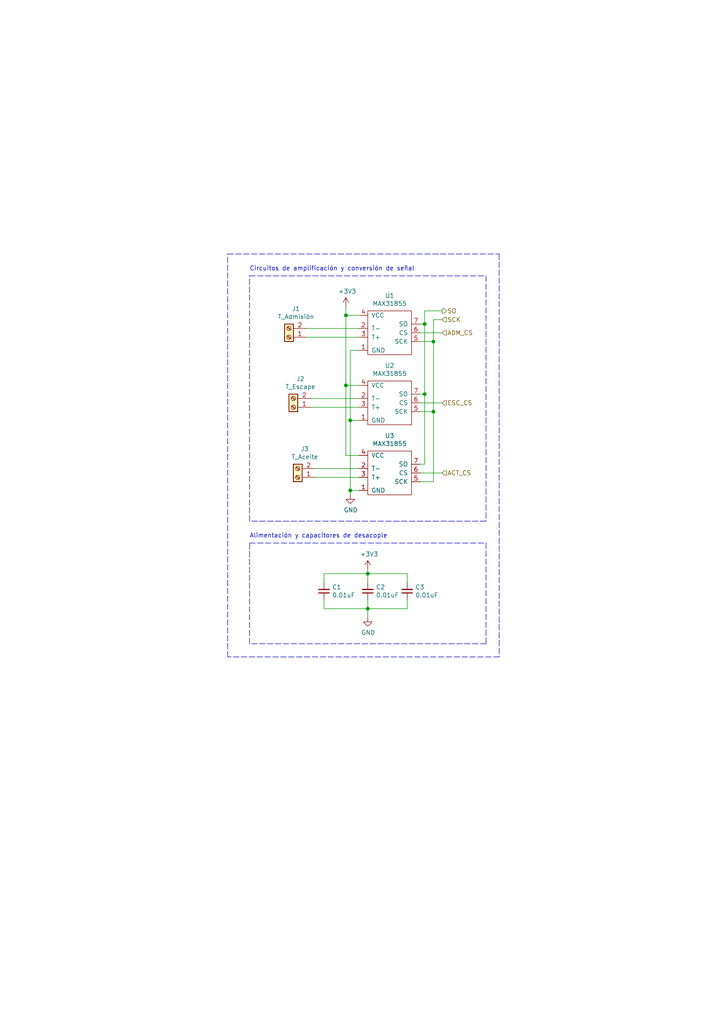
<source format=kicad_sch>
(kicad_sch (version 20211123) (generator eeschema)
  (paper "A4" portrait)
  (title_block (title "Amplificadores de termocuplas") (date "2021-12-19") (rev "1.0") (company "Autor: Ignacio Moya") (comment 1 "Especialización en Sistemas Embebidos 2021 - FIUBA"))
  (lib_symbols
    (symbol "Amplifier_Thermocouple:MAX31855" (pin_names (offset 1.016))
      (property "Reference" "U" (at 0 6.35 0))
      (property "Value" "MAX31855" (at 0 -8.89 0))
      (symbol "MAX31855_0_1"
        (rectangle (start -6.35 5.08) (end 6.35 -7.62))
      )
      (symbol "MAX31855_1_1"
        (pin power_in line (at -8.89 -6.35 0) (length 2.54) (name "GND") (number "1"))
        (pin input line (at -8.89 0 0) (length 2.54) (name "T-") (number "2"))
        (pin input line (at -8.89 -2.54 0) (length 2.54) (name "T+") (number "3"))
        (pin power_in line (at -8.89 3.81 0) (length 2.54) (name "VCC") (number "4"))
        (pin input line (at 8.89 -3.81 180) (length 2.54) (name "SCK") (number "5"))
        (pin input line (at 8.89 -1.27 180) (length 2.54) (name "CS") (number "6"))
        (pin bidirectional line (at 8.89 1.27 180) (length 2.54) (name "SO") (number "7"))
        (pin no_connect line (at 0 -13.97 0) (length 2.54) hide (name "DNC") (number "8"))
      )
    )
    (symbol "Connector:Screw_Terminal_01x02" (pin_names (offset 1.016) hide)
      (property "Reference" "J" (at 0 2.54 0))
      (property "Value" "Screw_Terminal_01x02" (at 0 -5.08 0))
      (symbol "Screw_Terminal_01x02_1_1"
        (rectangle (start -1.27 1.27) (end 1.27 -3.81) (stroke (width 0.254)) (fill (type background)))
        (circle (center 0 -2.54) (radius 0.635) (stroke (width 0.1524)))
        (polyline (pts (xy -0.5334 -2.2098) (xy 0.3302 -3.048)) (stroke (width 0.1524)))
        (polyline (pts (xy -0.5334 0.3302) (xy 0.3302 -0.508)) (stroke (width 0.1524)))
        (polyline (pts (xy -0.3556 -2.032) (xy 0.508 -2.8702)) (stroke (width 0.1524)))
        (polyline (pts (xy -0.3556 0.508) (xy 0.508 -0.3302)) (stroke (width 0.1524)))
        (circle (center 0 0) (radius 0.635) (stroke (width 0.1524)))
        (pin passive line (at -5.08 0 0) (length 3.81) (name "Pin_1") (number "1"))
        (pin passive line (at -5.08 -2.54 0) (length 3.81) (name "Pin_2") (number "2"))
      )
    )
    (symbol "Device:C_Small" (pin_numbers hide) (pin_names (offset 0.254) hide)
      (property "Reference" "C" (at 0.254 1.778 0))
      (property "Value" "C_Small" (at 0.254 -2.032 0))
      (symbol "C_Small_0_1"
        (polyline (pts (xy -1.524 -0.508) (xy 1.524 -0.508)) (stroke (width 0.3302)))
        (polyline (pts (xy -1.524 0.508) (xy 1.524 0.508)) (stroke (width 0.3048)))
      )
      (symbol "C_Small_1_1"
        (pin passive line (at 0 2.54 270) (length 2.032) (name "~") (number "1"))
        (pin passive line (at 0 -2.54 90) (length 2.032) (name "~") (number "2"))
      )
    )
    (symbol "power:+3V3" (power) (pin_names (offset 0))
      (property "Value" "+3V3" (at 0 3.556 0))
      (symbol "+3V3_0_1"
        (polyline (pts (xy -0.762 1.27) (xy 0 2.54)))
        (polyline (pts (xy 0 0) (xy 0 2.54)))
        (polyline (pts (xy 0 2.54) (xy 0.762 1.27)))
      )
      (symbol "+3V3_1_1"
        (pin power_in line (at 0 0 90) (length 0) hide (name "+3V3") (number "1"))
      )
    )
    (symbol "power:GND" (power) (pin_names (offset 0))
      (property "Value" "GND" (at 0 -3.81 0))
      (symbol "GND_0_1"
        (polyline (pts (xy 0 0) (xy 0 -1.27) (xy 1.27 -1.27) (xy 0 -2.54) (xy -1.27 -1.27) (xy 0 -1.27)))
      )
      (symbol "GND_1_1"
        (pin power_in line (at 0 0 270) (length 0) hide (name "GND") (number "1"))
      )
    )
  )
  (junction (at 101.6 142.24))
  (junction (at 123.19 114.3))
  (junction (at 100.33 91.44))
  (junction (at 125.73 99.06))
  (junction (at 100.33 111.76))
  (junction (at 106.68 166.37))
  (junction (at 123.19 93.98))
  (junction (at 101.6 121.92))
  (junction (at 106.68 176.53))
  (junction (at 125.73 119.38))
  (wire (pts (xy 121.92 93.98) (xy 123.19 93.98)))
  (wire (pts (xy 121.92 116.84) (xy 128.27 116.84)))
  (wire (pts (xy 123.19 114.3) (xy 123.19 134.62)))
  (wire (pts (xy 91.44 135.89) (xy 104.14 135.89)))
  (wire (pts (xy 93.98 166.37) (xy 106.68 166.37)))
  (wire (pts (xy 118.11 173.99) (xy 118.11 176.53)))
  (wire (pts (xy 106.68 176.53) (xy 106.68 179.07)))
  (wire (pts (xy 118.11 166.37) (xy 118.11 168.91)))
  (polyline (pts (xy 66.04 190.5) (xy 66.04 73.66)))
  (wire (pts (xy 123.19 134.62) (xy 121.92 134.62)))
  (wire (pts (xy 118.11 166.37) (xy 106.68 166.37)))
  (polyline (pts (xy 72.39 80.01) (xy 140.97 80.01)))
  (wire (pts (xy 125.73 139.7) (xy 125.73 119.38)))
  (polyline (pts (xy 144.78 73.66) (xy 144.78 190.5)))
  (wire (pts (xy 91.44 138.43) (xy 104.14 138.43)))
  (wire (pts (xy 106.68 176.53) (xy 118.11 176.53)))
  (wire (pts (xy 123.19 93.98) (xy 123.19 114.3)))
  (polyline (pts (xy 140.97 80.01) (xy 140.97 151.13)))
  (polyline (pts (xy 140.97 151.13) (xy 72.39 151.13)))
  (polyline (pts (xy 144.78 190.5) (xy 66.04 190.5)))
  (polyline (pts (xy 72.39 157.48) (xy 140.97 157.48)))
  (wire (pts (xy 101.6 142.24) (xy 101.6 143.51)))
  (wire (pts (xy 88.9 95.25) (xy 104.14 95.25)))
  (wire (pts (xy 104.14 111.76) (xy 100.33 111.76)))
  (wire (pts (xy 121.92 137.16) (xy 128.27 137.16)))
  (wire (pts (xy 106.68 173.99) (xy 106.68 176.53)))
  (wire (pts (xy 100.33 111.76) (xy 100.33 91.44)))
  (wire (pts (xy 125.73 92.71) (xy 125.73 99.06)))
  (wire (pts (xy 101.6 121.92) (xy 101.6 142.24)))
  (wire (pts (xy 104.14 132.08) (xy 100.33 132.08)))
  (wire (pts (xy 123.19 90.17) (xy 128.27 90.17)))
  (wire (pts (xy 90.17 115.57) (xy 104.14 115.57)))
  (polyline (pts (xy 66.04 73.66) (xy 144.78 73.66)))
  (wire (pts (xy 104.14 121.92) (xy 101.6 121.92)))
  (wire (pts (xy 121.92 119.38) (xy 125.73 119.38)))
  (wire (pts (xy 128.27 92.71) (xy 125.73 92.71)))
  (wire (pts (xy 121.92 139.7) (xy 125.73 139.7)))
  (wire (pts (xy 121.92 96.52) (xy 128.27 96.52)))
  (wire (pts (xy 100.33 91.44) (xy 100.33 88.9)))
  (wire (pts (xy 123.19 93.98) (xy 123.19 90.17)))
  (wire (pts (xy 104.14 91.44) (xy 100.33 91.44)))
  (wire (pts (xy 106.68 166.37) (xy 106.68 165.1)))
  (polyline (pts (xy 72.39 151.13) (xy 72.39 80.01)))
  (wire (pts (xy 93.98 176.53) (xy 106.68 176.53)))
  (wire (pts (xy 104.14 142.24) (xy 101.6 142.24)))
  (wire (pts (xy 93.98 173.99) (xy 93.98 176.53)))
  (wire (pts (xy 125.73 119.38) (xy 125.73 99.06)))
  (polyline (pts (xy 72.39 186.69) (xy 72.39 157.48)))
  (wire (pts (xy 121.92 114.3) (xy 123.19 114.3)))
  (polyline (pts (xy 140.97 157.48) (xy 140.97 186.69)))
  (wire (pts (xy 101.6 101.6) (xy 101.6 121.92)))
  (wire (pts (xy 93.98 168.91) (xy 93.98 166.37)))
  (wire (pts (xy 90.17 118.11) (xy 104.14 118.11)))
  (wire (pts (xy 125.73 99.06) (xy 121.92 99.06)))
  (wire (pts (xy 104.14 101.6) (xy 101.6 101.6)))
  (polyline (pts (xy 140.97 186.69) (xy 72.39 186.69)))
  (wire (pts (xy 106.68 168.91) (xy 106.68 166.37)))
  (wire (pts (xy 88.9 97.79) (xy 104.14 97.79)))
  (wire (pts (xy 100.33 132.08) (xy 100.33 111.76)))
  (text "Circuitos de amplificación y conversión de señal" (at 72.39 78.74 0) (effects (font (size 1.27 1.27)) (justify left bottom)))
  (text "Alimentación y capacitores de desacople" (at 72.39 156.21 0) (effects (font (size 1.27 1.27)) (justify left bottom)))
  (hierarchical_label "ACT_CS" (shape input) (at 128.27 137.16 0))
  (hierarchical_label "ADM_CS" (shape input) (at 128.27 96.52 0))
  (hierarchical_label "ESC_CS" (shape input) (at 128.27 116.84 0))
  (hierarchical_label "SCK" (shape input) (at 128.27 92.71 0))
  (hierarchical_label "SO" (shape output) (at 128.27 90.17 0))
  (symbol (lib_id "Device:C_Small") (at 93.98 171.45 180) (unit 1)
    (property "Reference" "C1" (at 96.3168 170.2816 0) (effects (justify right)))
    (property "Value" "0.01uF" (at 96.3168 172.593 0) (effects (justify right)))
    (property "Footprint" "Capacitor_SMD:C_0805_2012Metric_Pad1.15x1.40mm_HandSolder" (effects hide))
  )
  (symbol (lib_id "Device:C_Small") (at 106.68 171.45 180) (unit 1)
    (property "Reference" "C2" (at 109.0168 170.2816 0) (effects (justify right)))
    (property "Value" "0.01uF" (at 109.0168 172.593 0) (effects (justify right)))
    (property "Footprint" "Capacitor_SMD:C_0805_2012Metric_Pad1.15x1.40mm_HandSolder" (effects hide))
  )
  (symbol (lib_id "Device:C_Small") (at 118.11 171.45 180) (unit 1)
    (property "Reference" "C3" (at 120.4468 170.2816 0) (effects (justify right)))
    (property "Value" "0.01uF" (at 120.4468 172.593 0) (effects (justify right)))
    (property "Footprint" "Capacitor_SMD:C_0805_2012Metric_Pad1.15x1.40mm_HandSolder" (effects hide))
  )
  (symbol (lib_id "power:+3V3") (at 100.33 88.9 0) (unit 1)
    (property "Reference" "#PWR03" (effects hide))
    (property "Value" "+3V3" (at 100.711 84.5058 0))
  )
  (symbol (lib_id "power:GND") (at 101.6 143.51 0) (unit 1)
    (property "Reference" "#PWR04" (effects hide))
    (property "Value" "GND" (at 101.727 147.9042 0))
  )
  (symbol (lib_id "Connector:Screw_Terminal_01x02") (at 83.82 97.79 180) (unit 1)
    (property "Reference" "J1" (at 85.852 89.535 0))
    (property "Value" "T_Admisión" (at 85.852 91.8464 0))
    (property "Footprint" "TerminalBlock:TerminalBlock_bornier-2_P5.08mm" (effects hide))
  )
  (symbol (lib_id "Connector:Screw_Terminal_01x02") (at 85.09 118.11 180) (unit 1)
    (property "Reference" "J2" (at 87.122 109.855 0))
    (property "Value" "T_Escape" (at 87.122 112.1664 0))
    (property "Footprint" "TerminalBlock:TerminalBlock_bornier-2_P5.08mm" (effects hide))
  )
  (symbol (lib_id "Connector:Screw_Terminal_01x02") (at 86.36 138.43 180) (unit 1)
    (property "Reference" "J3" (at 88.392 130.175 0))
    (property "Value" "T_Aceite" (at 88.392 132.4864 0))
    (property "Footprint" "TerminalBlock:TerminalBlock_bornier-2_P5.08mm" (effects hide))
  )
  (symbol (lib_id "power:GND") (at 106.68 179.07 0) (unit 1)
    (property "Reference" "#PWR018" (effects hide))
    (property "Value" "GND" (at 106.807 183.4642 0))
  )
  (symbol (lib_id "power:+3V3") (at 106.68 165.1 0) (unit 1)
    (property "Reference" "#PWR013" (effects hide))
    (property "Value" "+3V3" (at 107.061 160.7058 0))
  )
  (symbol (lib_id "Amplifier_Thermocouple:MAX31855") (at 113.03 95.25 0) (unit 1)
    (property "Reference" "U1" (at 113.03 85.725 0))
    (property "Value" "MAX31855" (at 113.03 88.0364 0))
    (property "Footprint" "Package_SO:SOIC-8_3.9x4.9mm_P1.27mm" (effects hide))
  )
  (symbol (lib_id "Amplifier_Thermocouple:MAX31855") (at 113.03 135.89 0) (unit 1)
    (property "Reference" "U3" (at 113.03 126.365 0))
    (property "Value" "MAX31855" (at 113.03 128.6764 0))
    (property "Footprint" "Package_SO:SOIC-8_3.9x4.9mm_P1.27mm" (effects hide))
  )
  (symbol (lib_id "Amplifier_Thermocouple:MAX31855") (at 113.03 115.57 0) (unit 1)
    (property "Reference" "U2" (at 113.03 106.045 0))
    (property "Value" "MAX31855" (at 113.03 108.3564 0))
    (property "Footprint" "Package_SO:SOIC-8_3.9x4.9mm_P1.27mm" (effects hide))
  )
)
</source>
